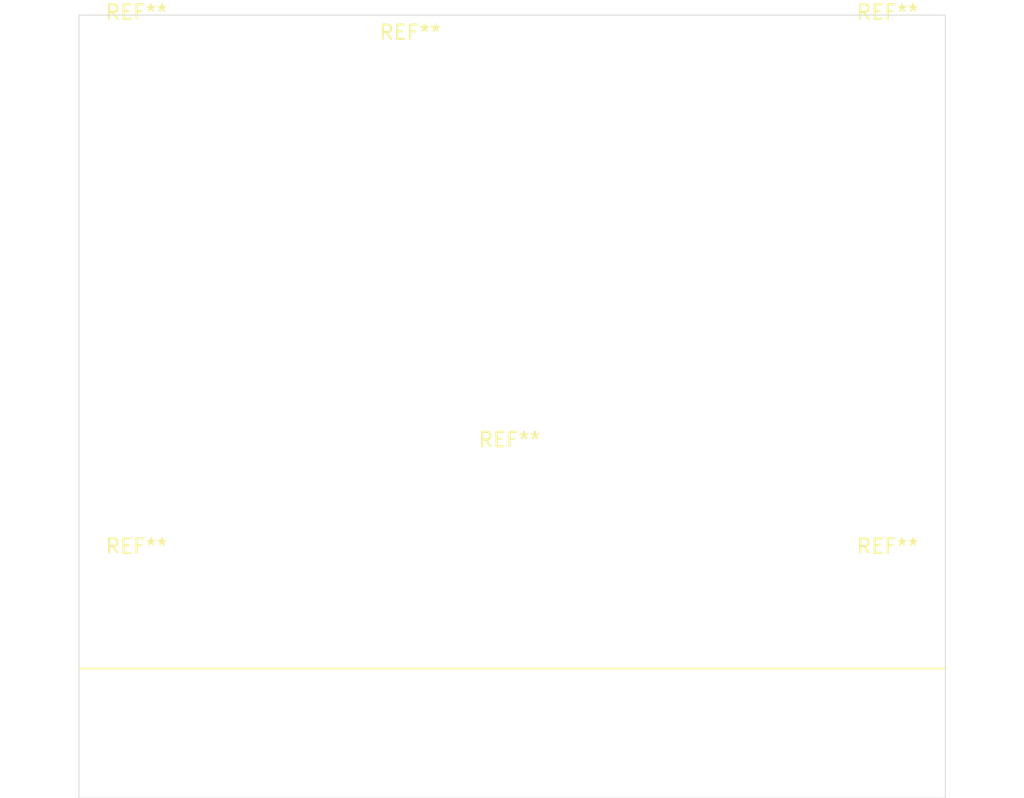
<source format=kicad_pcb>
(kicad_pcb (version 20171130) (host pcbnew 5.1.5+dfsg1-2build2)

  (general
    (thickness 1.6)
    (drawings 5)
    (tracks 0)
    (zones 0)
    (modules 6)
    (nets 1)
  )

  (page A4)
  (layers
    (0 F.Cu signal)
    (31 B.Cu signal)
    (32 B.Adhes user)
    (33 F.Adhes user)
    (34 B.Paste user)
    (35 F.Paste user)
    (36 B.SilkS user)
    (37 F.SilkS user)
    (38 B.Mask user)
    (39 F.Mask user)
    (40 Dwgs.User user)
    (41 Cmts.User user)
    (42 Eco1.User user)
    (43 Eco2.User user)
    (44 Edge.Cuts user)
    (45 Margin user)
    (46 B.CrtYd user)
    (47 F.CrtYd user)
    (48 B.Fab user)
    (49 F.Fab user)
  )

  (setup
    (last_trace_width 0.25)
    (trace_clearance 0.2)
    (zone_clearance 0.508)
    (zone_45_only no)
    (trace_min 0.2)
    (via_size 0.8)
    (via_drill 0.4)
    (via_min_size 0.4)
    (via_min_drill 0.3)
    (uvia_size 0.3)
    (uvia_drill 0.1)
    (uvias_allowed no)
    (uvia_min_size 0.2)
    (uvia_min_drill 0.1)
    (edge_width 0.05)
    (segment_width 0.2)
    (pcb_text_width 0.3)
    (pcb_text_size 1.5 1.5)
    (mod_edge_width 0.12)
    (mod_text_size 1 1)
    (mod_text_width 0.15)
    (pad_size 1.524 1.524)
    (pad_drill 0.762)
    (pad_to_mask_clearance 0.051)
    (solder_mask_min_width 0.25)
    (aux_axis_origin 0 0)
    (visible_elements FFFFFF7F)
    (pcbplotparams
      (layerselection 0x010f0_ffffffff)
      (usegerberextensions false)
      (usegerberattributes false)
      (usegerberadvancedattributes false)
      (creategerberjobfile false)
      (excludeedgelayer false)
      (linewidth 0.100000)
      (plotframeref false)
      (viasonmask false)
      (mode 1)
      (useauxorigin false)
      (hpglpennumber 1)
      (hpglpenspeed 20)
      (hpglpendiameter 15.000000)
      (psnegative false)
      (psa4output false)
      (plotreference true)
      (plotvalue true)
      (plotinvisibletext false)
      (padsonsilk false)
      (subtractmaskfromsilk false)
      (outputformat 5)
      (mirror false)
      (drillshape 1)
      (scaleselection 1)
      (outputdirectory "gerber/single/"))
  )

  (net 0 "")

  (net_class Default "This is the default net class."
    (clearance 0.2)
    (trace_width 0.25)
    (via_dia 0.8)
    (via_drill 0.4)
    (uvia_dia 0.3)
    (uvia_drill 0.1)
  )

  (module MountingHole:MountingHole_3.2mm_M3 (layer F.Cu) (tedit 56D1B4CB) (tstamp 6139466A)
    (at 129.9 133.7)
    (descr "Mounting Hole 3.2mm, no annular, M3")
    (tags "mounting hole 3.2mm no annular m3")
    (attr virtual)
    (fp_text reference REF** (at 0 -4.2) (layer F.SilkS)
      (effects (font (size 1 1) (thickness 0.15)))
    )
    (fp_text value MountingHole_3.2mm_M3 (at 0 4.2) (layer F.Fab)
      (effects (font (size 1 1) (thickness 0.15)))
    )
    (fp_circle (center 0 0) (end 3.45 0) (layer F.CrtYd) (width 0.05))
    (fp_circle (center 0 0) (end 3.2 0) (layer Cmts.User) (width 0.15))
    (fp_text user %R (at 0.3 0) (layer F.Fab)
      (effects (font (size 1 1) (thickness 0.15)))
    )
    (pad 1 np_thru_hole circle (at 0 0) (size 3.2 3.2) (drill 3.2) (layers *.Cu *.Mask))
  )

  (module MountingHole:MountingHole_3.2mm_M3 (layer F.Cu) (tedit 56D1B4CB) (tstamp 6139448C)
    (at 123 105.4)
    (descr "Mounting Hole 3.2mm, no annular, M3")
    (tags "mounting hole 3.2mm no annular m3")
    (attr virtual)
    (fp_text reference REF** (at 0 -4.2) (layer F.SilkS)
      (effects (font (size 1 1) (thickness 0.15)))
    )
    (fp_text value MountingHole_3.2mm_M3 (at 0 4.2) (layer F.Fab)
      (effects (font (size 1 1) (thickness 0.15)))
    )
    (fp_circle (center 0 0) (end 3.45 0) (layer F.CrtYd) (width 0.05))
    (fp_circle (center 0 0) (end 3.2 0) (layer Cmts.User) (width 0.15))
    (fp_text user %R (at 0.3 0) (layer F.Fab)
      (effects (font (size 1 1) (thickness 0.15)))
    )
    (pad 1 np_thru_hole circle (at 0 0) (size 3.2 3.2) (drill 3.2) (layers *.Cu *.Mask))
  )

  (module MountingHole:MountingHole_3.2mm_M3 (layer F.Cu) (tedit 56D1B4CB) (tstamp 6139421E)
    (at 156.15 141.1)
    (descr "Mounting Hole 3.2mm, no annular, M3")
    (tags "mounting hole 3.2mm no annular m3")
    (attr virtual)
    (fp_text reference REF** (at 0 -4.2) (layer F.SilkS)
      (effects (font (size 1 1) (thickness 0.15)))
    )
    (fp_text value MountingHole_3.2mm_M3 (at 0 4.2) (layer F.Fab)
      (effects (font (size 1 1) (thickness 0.15)))
    )
    (fp_circle (center 0 0) (end 3.45 0) (layer F.CrtYd) (width 0.05))
    (fp_circle (center 0 0) (end 3.2 0) (layer Cmts.User) (width 0.15))
    (fp_text user %R (at 0.3 0) (layer F.Fab)
      (effects (font (size 1 1) (thickness 0.15)))
    )
    (pad 1 np_thru_hole circle (at 0 0) (size 3.2 3.2) (drill 3.2) (layers *.Cu *.Mask))
  )

  (module MountingHole:MountingHole_3.2mm_M3 (layer F.Cu) (tedit 56D1B4CB) (tstamp 61394208)
    (at 104 141.1)
    (descr "Mounting Hole 3.2mm, no annular, M3")
    (tags "mounting hole 3.2mm no annular m3")
    (attr virtual)
    (fp_text reference REF** (at 0 -4.2) (layer F.SilkS)
      (effects (font (size 1 1) (thickness 0.15)))
    )
    (fp_text value MountingHole_3.2mm_M3 (at 0 4.2) (layer F.Fab)
      (effects (font (size 1 1) (thickness 0.15)))
    )
    (fp_circle (center 0 0) (end 3.45 0) (layer F.CrtYd) (width 0.05))
    (fp_circle (center 0 0) (end 3.2 0) (layer Cmts.User) (width 0.15))
    (fp_text user %R (at 0.3 0) (layer F.Fab)
      (effects (font (size 1 1) (thickness 0.15)))
    )
    (pad 1 np_thru_hole circle (at 0 0) (size 3.2 3.2) (drill 3.2) (layers *.Cu *.Mask))
  )

  (module MountingHole:MountingHole_3.2mm_M3 (layer F.Cu) (tedit 56D1B4CB) (tstamp 61393A3C)
    (at 156.15 104)
    (descr "Mounting Hole 3.2mm, no annular, M3")
    (tags "mounting hole 3.2mm no annular m3")
    (attr virtual)
    (fp_text reference REF** (at 0 -4.2) (layer F.SilkS)
      (effects (font (size 1 1) (thickness 0.15)))
    )
    (fp_text value MountingHole_3.2mm_M3 (at 0 4.2) (layer F.Fab)
      (effects (font (size 1 1) (thickness 0.15)))
    )
    (fp_circle (center 0 0) (end 3.45 0) (layer F.CrtYd) (width 0.05))
    (fp_circle (center 0 0) (end 3.2 0) (layer Cmts.User) (width 0.15))
    (fp_text user %R (at 0.3 0) (layer F.Fab)
      (effects (font (size 1 1) (thickness 0.15)))
    )
    (pad 1 np_thru_hole circle (at 0 0) (size 3.2 3.2) (drill 3.2) (layers *.Cu *.Mask))
  )

  (module MountingHole:MountingHole_3.2mm_M3 (layer F.Cu) (tedit 56D1B4CB) (tstamp 61393A26)
    (at 104 104)
    (descr "Mounting Hole 3.2mm, no annular, M3")
    (tags "mounting hole 3.2mm no annular m3")
    (attr virtual)
    (fp_text reference REF** (at 0 -4.2) (layer F.SilkS)
      (effects (font (size 1 1) (thickness 0.15)))
    )
    (fp_text value MountingHole_3.2mm_M3 (at 0 4.2) (layer F.Fab)
      (effects (font (size 1 1) (thickness 0.15)))
    )
    (fp_circle (center 0 0) (end 3.45 0) (layer F.CrtYd) (width 0.05))
    (fp_circle (center 0 0) (end 3.2 0) (layer Cmts.User) (width 0.15))
    (fp_text user %R (at 0.3 0) (layer F.Fab)
      (effects (font (size 1 1) (thickness 0.15)))
    )
    (pad 1 np_thru_hole circle (at 0 0) (size 3.2 3.2) (drill 3.2) (layers *.Cu *.Mask))
  )

  (gr_line (start 100 145.4) (end 160.15 145.4) (layer F.SilkS) (width 0.12))
  (gr_line (start 100 154.4) (end 160.15 154.4) (layer Edge.Cuts) (width 0.05))
  (gr_line (start 160.15 100) (end 160.15 154.4) (layer Edge.Cuts) (width 0.05))
  (gr_line (start 100 100) (end 160.15 100) (layer Edge.Cuts) (width 0.05))
  (gr_line (start 100 100) (end 100 154.4) (layer Edge.Cuts) (width 0.05))

)

</source>
